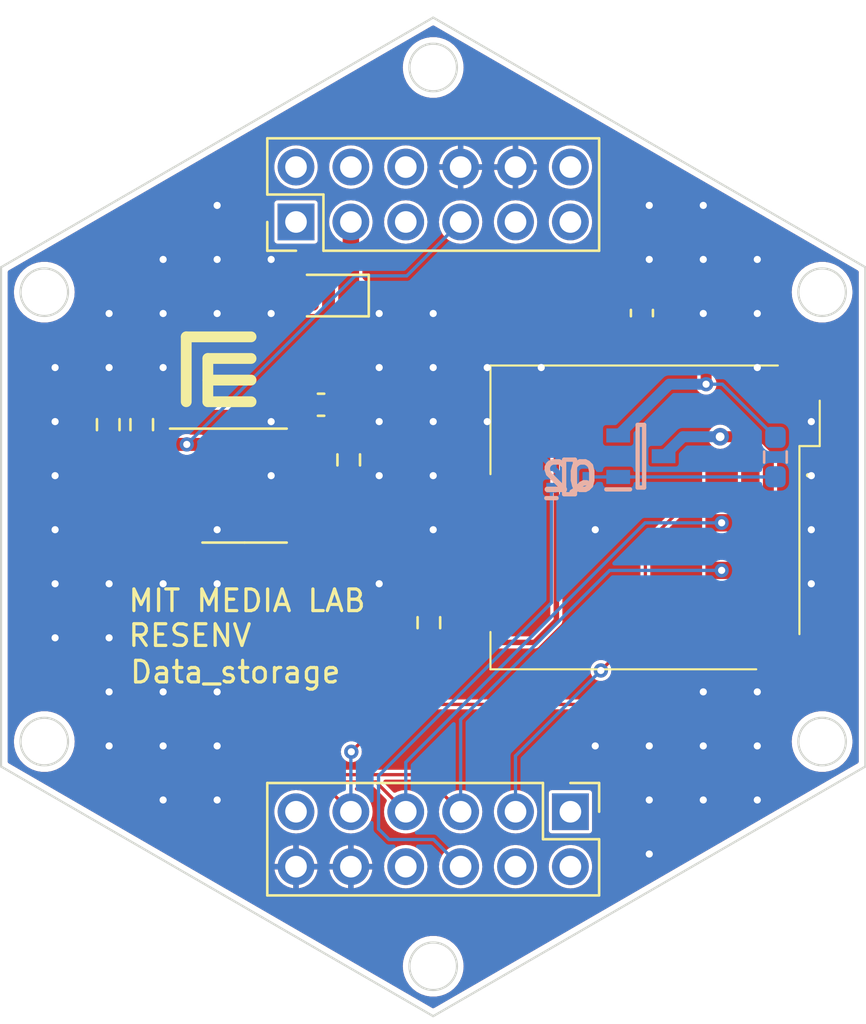
<source format=kicad_pcb>
(kicad_pcb (version 20221018) (generator pcbnew)
  (layers (0 "F.Cu" signal) (31 "B.Cu" signal) (34 "B.Paste" user) (35 "F.Paste" user) (36 "B.SilkS" user "B.Silkscreen") (37 "F.SilkS" user "F.Silkscreen") (38 "B.Mask" user) (39 "F.Mask" user) (44 "Edge.Cuts" user))
  (net 0 "")
  (net 1 "GND")
  (net 2 "VCC")
  (net 3 "+5V")
  (net 4 "/VBAT")
  (net 5 "/SDA")
  (net 6 "/SCL")
  (net 7 "/A1")
  (net 8 "/MOSI")
  (net 9 "/D11")
  (net 10 "/MISO")
  (net 11 "/D6")
  (net 12 "/SCK")
  (net 13 "/~{CS}")
  (net 14 "/A5")
  (net 15 "/LED2")
  (net 16 "/~{EN}")
  (net 17 "/VBAT_OK")
  (net 18 "/D13")
  (net 19 "/RXD")
  (net 20 "/TXD")
  (net 21 "/~{I2C_RESET}")
  (net 25 "/~{WP}")
  (net 26 "/~{HL}")
  (net 27 "Net-(J3-VDD)")
  (net 28 "Net-(Q1-Pad1)")
  (net 29 "/CARD_DETECT")
  (footprint "LED_SMD:LED_0805_2012Metric_Pad1.15x1.40mm_HandSolder" (layer "F.Cu") (at 145.3175 89.868621 180)
    (fp_text reference "C1" hide)
    (fp_text value "47uF")
    (fp_line (start -1.86 -0.96) (end -1.86 0.96) (stroke (width 0.12)) (layer "F.SilkS"))
    (fp_line (start -1.86 0.96) (end 1 0.96) (stroke (width 0.12)) (layer "F.SilkS"))
    (fp_line (start 1 -0.96) (end -1.86 -0.96) (stroke (width 0.12)) (layer "F.SilkS"))
    (pad "1" smd roundrect (at -1.025 0 180) (size 1.15 1.4) (layers "F.Cu" "F.Paste" "F.Mask") (roundrect_rratio 0.2173913043) (net 2 "VCC"))
    (pad "2" smd roundrect (at 1.025 0 180) (size 1.15 1.4) (layers "F.Cu" "F.Paste" "F.Mask") (roundrect_rratio 0.2173913043) (net 1 "GND"))
  )
  (footprint "Resistor_SMD:R_0603_1608Metric_Pad0.98x0.95mm_HandSolder" (layer "F.Cu") (at 136.67 95.838621 90)
    (fp_text reference "R6" hide)
    (fp_text value "10K")
    (fp_line (start -0.254724 -0.5225) (end 0.254724 -0.5225) (stroke (width 0.12)) (layer "F.SilkS"))
    (fp_line (start -0.254724 0.5225) (end 0.254724 0.5225) (stroke (width 0.12)) (layer "F.SilkS"))
    (pad "1" smd roundrect (at -0.9125 0 90) (size 0.975 0.95) (layers "F.Cu" "F.Paste" "F.Mask") (net 19 "/RXD"))
    (pad "2" smd roundrect (at 0.9125 0 90) (size 0.975 0.95) (layers "F.Cu" "F.Paste" "F.Mask") (net 2 "VCC"))
  )
  (footprint "Capacitor_SMD:C_0603_1608Metric_Pad1.08x0.95mm_HandSolder" (layer "F.Cu") (at 159.82 90.678621 90)
    (fp_text reference "C2" hide)
    (fp_text value "0.1uF")
    (fp_line (start -0.146267 -0.51) (end 0.146267 -0.51) (stroke (width 0.12)) (layer "F.SilkS"))
    (fp_line (start -0.146267 0.51) (end 0.146267 0.51) (stroke (width 0.12)) (layer "F.SilkS"))
    (pad "1" smd roundrect (at -0.8625 0 90) (size 1.075 0.95) (layers "F.Cu" "F.Paste" "F.Mask") (net 2 "VCC"))
    (pad "2" smd roundrect (at 0.8625 0 90) (size 1.075 0.95) (layers "F.Cu" "F.Paste" "F.Mask") (net 1 "GND"))
  )
  (footprint "Connector_PinHeader_2.54mm:PinHeader_2x06_P2.54mm_Vertical" (layer "F.Cu") (at 143.81 86.465599 90)
    (fp_text reference "J1" hide)
    (fp_text value "Conn_02x06_Odd_Even" hide)
    (fp_line (start -1.33 -1.33) (end 0 -1.33) (stroke (width 0.12)) (layer "F.SilkS"))
    (fp_line (start -1.33 0) (end -1.33 -1.33) (stroke (width 0.12)) (layer "F.SilkS"))
    (fp_line (start -1.33 1.27) (end -1.33 14.03) (stroke (width 0.12)) (layer "F.SilkS"))
    (fp_line (start -1.33 1.27) (end 1.27 1.27) (stroke (width 0.12)) (layer "F.SilkS"))
    (fp_line (start -1.33 14.03) (end 3.87 14.03) (stroke (width 0.12)) (layer "F.SilkS"))
    (fp_line (start 1.27 -1.33) (end 3.87 -1.33) (stroke (width 0.12)) (layer "F.SilkS"))
    (fp_line (start 1.27 1.27) (end 1.27 -1.33) (stroke (width 0.12)) (layer "F.SilkS"))
    (fp_line (start 3.87 -1.33) (end 3.87 14.03) (stroke (width 0.12)) (layer "F.SilkS"))
    (pad "1" thru_hole rect (at 0 0 90) (size 1.7 1.7) (drill 1) (layers "*.Cu" "*.Mask") (net 4 "/VBAT"))
    (pad "2" thru_hole oval (at 2.54 0 90) (size 1.7 1.7) (drill 1) (layers "*.Cu" "*.Mask") (net 16 "/~{EN}"))
    (pad "3" thru_hole oval (at 0 2.54 90) (size 1.7 1.7) (drill 1) (layers "*.Cu" "*.Mask") (net 2 "VCC"))
    (pad "4" thru_hole oval (at 2.54 2.54 90) (size 1.7 1.7) (drill 1) (layers "*.Cu" "*.Mask") (net 17 "/VBAT_OK"))
    (pad "5" thru_hole oval (at 0 5.08 90) (size 1.7 1.7) (drill 1) (layers "*.Cu" "*.Mask") (net 21 "/~{I2C_RESET}"))
    (pad "6" thru_hole oval (at 2.54 5.08 90) (size 1.7 1.7) (drill 1) (layers "*.Cu" "*.Mask") (net 3 "+5V"))
    (pad "7" thru_hole oval (at 0 7.62 90) (size 1.7 1.7) (drill 1) (layers "*.Cu" "*.Mask") (net 19 "/RXD"))
    (pad "8" thru_hole oval (at 2.54 7.62 90) (size 1.7 1.7) (drill 1) (layers "*.Cu" "*.Mask") (net 1 "GND"))
    (pad "9" thru_hole oval (at 0 10.16 90) (size 1.7 1.7) (drill 1) (layers "*.Cu" "*.Mask") (net 20 "/TXD"))
    (pad "10" thru_hole oval (at 2.54 10.16 90) (size 1.7 1.7) (drill 1) (layers "*.Cu" "*.Mask") (net 1 "GND"))
    (pad "11" thru_hole oval (at 0 12.7 90) (size 1.7 1.7) (drill 1) (layers "*.Cu" "*.Mask") (net 5 "/SDA"))
    (pad "12" thru_hole oval (at 2.54 12.7 90) (size 1.7 1.7) (drill 1) (layers "*.Cu" "*.Mask") (net 6 "/SCL"))
  )
  (footprint "SamacSys_Parts:1660" (layer "F.Cu") (at 160.41 100.10461 -90)
    (fp_text reference "J3" hide)
    (fp_text value "1660" hide)
    (fp_line (start -7 -5.7) (end -7 7.6) (stroke (width 0.1)) (layer "F.SilkS"))
    (fp_line (start -7 7.6) (end -1.975 7.6) (stroke (width 0.1)) (layer "F.SilkS"))
    (fp_line (start -5.375 -7.64) (end -3.275 -7.64) (stroke (width 0.1)) (layer "F.SilkS"))
    (fp_line (start -3.275 -7.64) (end -3.275 -6.7) (stroke (width 0.1)) (layer "F.SilkS"))
    (fp_line (start -3.275 -6.7) (end 5.425 -6.7) (stroke (width 0.1)) (layer "F.SilkS"))
    (fp_line (start -1.975 -7.1) (end -1.975 -7.1) (stroke (width 0.1)) (layer "F.SilkS"))
    (fp_line (start -1.875 -7.1) (end -1.875 -7.1) (stroke (width 0.1)) (layer "F.SilkS"))
    (fp_line (start 5.325 7.6) (end 7.05 7.6) (stroke (width 0.1)) (layer "F.SilkS"))
    (fp_line (start 7.05 7.6) (end 7.05 -4.7) (stroke (width 0.1)) (layer "F.SilkS"))
    (fp_arc (start -1.975 -7.1) (mid -1.925 -7.15) (end -1.875 -7.1) (stroke (width 0.1)) (layer "F.SilkS"))
    (fp_arc (start -1.875 -7.1) (mid -1.925 -7.05) (end -1.975 -7.1) (stroke (width 0.1)) (layer "F.SilkS"))
    (pad "1" smd rect (at -1.925 -3.1 270) (size 0.8 1.5) (layers "F.Cu" "F.Paste" "F.Mask"))
    (pad "2" smd rect (at -0.825 -2.9 270) (size 0.8 1.5) (layers "F.Cu" "F.Paste" "F.Mask") (net 7 "/A1"))
    (pad "3" smd rect (at 0.275 -3.1 270) (size 0.8 1.5) (layers "F.Cu" "F.Paste" "F.Mask") (net 8 "/MOSI"))
    (pad "4" smd rect (at 1.375 -3.3 270) (size 0.8 1.5) (layers "F.Cu" "F.Paste" "F.Mask") (net 27 "Net-(J3-VDD)"))
    (pad "5" smd rect (at 2.475 -3.1 270) (size 0.8 1.5) (layers "F.Cu" "F.Paste" "F.Mask") (net 12 "/SCK"))
    (pad "6" smd rect (at 3.575 -3.3 270) (size 0.8 1.5) (layers "F.Cu" "F.Paste" "F.Mask") (net 1 "GND"))
    (pad "7" smd rect (at 4.675 -3.1 270) (size 0.8 1.5) (layers "F.Cu" "F.Paste" "F.Mask") (net 10 "/MISO"))
    (pad "8" smd rect (at 5.775 -3.1 270) (size 0.8 1.5) (layers "F.Cu" "F.Paste" "F.Mask"))
    (pad "9" smd rect (at 3.975 7.2) (size 1.4 1.8) (layers "F.Cu" "F.Paste" "F.Mask") (net 29 "/CARD_DETECT"))
    (pad "10" smd rect (at -0.725 7.2) (size 1.4 1.8) (layers "F.Cu" "F.Paste" "F.Mask"))
    (pad "11" smd rect (at -6.575 -6.95 270) (size 1.4 1.9) (layers "F.Cu" "F.Paste" "F.Mask") (net 1 "GND"))
    (pad "12" smd rect (at 6.575 -5.95 270) (size 1.4 1.9) (layers "F.Cu" "F.Paste" "F.Mask") (net 1 "GND"))
  )
  (footprint "Resistor_SMD:R_0603_1608Metric_Pad0.98x0.95mm_HandSolder" (layer "F.Cu") (at 149.96 104.998621 -90)
    (fp_text reference "R1" hide)
    (fp_text value "NC")
    (fp_line (start -0.254724 -0.5225) (end 0.254724 -0.5225) (stroke (width 0.12)) (layer "F.SilkS"))
    (fp_line (start -0.254724 0.5225) (end 0.254724 0.5225) (stroke (width 0.12)) (layer "F.SilkS"))
    (pad "1" smd roundrect (at -0.9125 0 270) (size 0.975 0.95) (layers "F.Cu" "F.Paste" "F.Mask") (net 29 "/CARD_DETECT"))
    (pad "2" smd roundrect (at 0.9125 0 270) (size 0.975 0.95) (layers "F.Cu" "F.Paste" "F.Mask") (net 2 "VCC"))
  )
  (footprint "Connector_PinHeader_2.54mm:PinHeader_2x06_P2.54mm_Vertical" (layer "F.Cu") (at 156.51 113.743621 -90)
    (fp_text reference "J2" hide)
    (fp_text value "Conn_02x06_Odd_Even")
    (fp_line (start -1.33 -1.33) (end 0 -1.33) (stroke (width 0.12)) (layer "F.SilkS"))
    (fp_line (start -1.33 0) (end -1.33 -1.33) (stroke (width 0.12)) (layer "F.SilkS"))
    (fp_line (start -1.33 1.27) (end -1.33 14.03) (stroke (width 0.12)) (layer "F.SilkS"))
    (fp_line (start -1.33 1.27) (end 1.27 1.27) (stroke (width 0.12)) (layer "F.SilkS"))
    (fp_line (start -1.33 14.03) (end 3.87 14.03) (stroke (width 0.12)) (layer "F.SilkS"))
    (fp_line (start 1.27 -1.33) (end 3.87 -1.33) (stroke (width 0.12)) (layer "F.SilkS"))
    (fp_line (start 1.27 1.27) (end 1.27 -1.33) (stroke (width 0.12)) (layer "F.SilkS"))
    (fp_line (start 3.87 -1.33) (end 3.87 14.03) (stroke (width 0.12)) (layer "F.SilkS"))
    (pad "1" thru_hole rect (at 0 0 270) (size 1.7 1.7) (drill 1) (layers "*.Cu" "*.Mask") (net 9 "/D11"))
    (pad "2" thru_hole oval (at 2.54 0 270) (size 1.7 1.7) (drill 1) (layers "*.Cu" "*.Mask") (net 18 "/D13"))
    (pad "3" thru_hole oval (at 0 2.54 270) (size 1.7 1.7) (drill 1) (layers "*.Cu" "*.Mask") (net 7 "/A1"))
    (pad "4" thru_hole oval (at 2.54 2.54 270) (size 1.7 1.7) (drill 1) (layers "*.Cu" "*.Mask") (net 11 "/D6"))
    (pad "5" thru_hole oval (at 0 5.08 270) (size 1.7 1.7) (drill 1) (layers "*.Cu" "*.Mask") (net 12 "/SCK"))
    (pad "6" thru_hole oval (at 2.54 5.08 270) (size 1.7 1.7) (drill 1) (layers "*.Cu" "*.Mask") (net 14 "/A5"))
    (pad "7" thru_hole oval (at 0 7.62 270) (size 1.7 1.7) (drill 1) (layers "*.Cu" "*.Mask") (net 8 "/MOSI"))
    (pad "8" thru_hole oval (at 2.54 7.62 270) (size 1.7 1.7) (drill 1) (layers "*.Cu" "*.Mask") (net 13 "/~{CS}"))
    (pad "9" thru_hole oval (at 0 10.16 270) (size 1.7 1.7) (drill 1) (layers "*.Cu" "*.Mask") (net 10 "/MISO"))
    (pad "10" thru_hole oval (at 2.54 10.16 270) (size 1.7 1.7) (drill 1) (layers "*.Cu" "*.Mask") (net 1 "GND"))
    (pad "11" thru_hole oval (at 0 12.7 270) (size 1.7 1.7) (drill 1) (layers "*.Cu" "*.Mask") (net 15 "/LED2"))
    (pad "12" thru_hole oval (at 2.54 12.7 270) (size 1.7 1.7) (drill 1) (layers "*.Cu" "*.Mask") (net 1 "GND"))
  )
  (footprint "Package_SO:SSOP-8_3.9x5.05mm_P1.27mm" (layer "F.Cu") (at 141.43 98.658621)
    (fp_text reference "U1" hide)
    (fp_text value "MB85RS2MT")
    (fp_line (start 0 -2.635) (end -3.45 -2.635) (stroke (width 0.12)) (layer "F.SilkS"))
    (fp_line (start 0 -2.635) (end 1.95 -2.635) (stroke (width 0.12)) (layer "F.SilkS"))
    (fp_line (start 0 2.635) (end -1.95 2.635) (stroke (width 0.12)) (layer "F.SilkS"))
    (fp_line (start 0 2.635) (end 1.95 2.635) (stroke (width 0.12)) (layer "F.SilkS"))
    (pad "1" smd roundrect (at -2.675 -1.905) (size 1.55 0.6) (layers "F.Cu" "F.Paste" "F.Mask") (net 19 "/RXD"))
    (pad "2" smd roundrect (at -2.675 -0.635) (size 1.55 0.6) (layers "F.Cu" "F.Paste" "F.Mask") (net 10 "/MISO"))
    (pad "3" smd roundrect (at -2.675 0.635) (size 1.55 0.6) (layers "F.Cu" "F.Paste" "F.Mask") (net 25 "/~{WP}"))
    (pad "4" smd roundrect (at -2.675 1.905) (size 1.55 0.6) (layers "F.Cu" "F.Paste" "F.Mask") (net 1 "GND"))
    (pad "5" smd roundrect (at 2.675 1.905) (size 1.55 0.6) (layers "F.Cu" "F.Paste" "F.Mask") (net 8 "/MOSI"))
    (pad "6" smd roundrect (at 2.675 0.635) (size 1.55 0.6) (layers "F.Cu" "F.Paste" "F.Mask") (net 12 "/SCK"))
    (pad "7" smd roundrect (at 2.675 -0.635) (size 1.55 0.6) (layers "F.Cu" "F.Paste" "F.Mask") (net 26 "/~{HL}"))
    (pad "8" smd roundrect (at 2.675 -1.905) (size 1.55 0.6) (layers "F.Cu" "F.Paste" "F.Mask") (net 2 "VCC"))
  )
  (footprint "Capacitor_SMD:C_0603_1608Metric_Pad1.08x0.95mm_HandSolder" (layer "F.Cu") (at 144.97 94.918621 180)
    (fp_text reference "C5" hide)
    (fp_text value "0.1uF")
    (fp_line (start -0.146267 -0.51) (end 0.146267 -0.51) (stroke (width 0.12)) (layer "F.SilkS"))
    (fp_line (start -0.146267 0.51) (end 0.146267 0.51) (stroke (width 0.12)) (layer "F.SilkS"))
    (pad "1" smd roundrect (at -0.8625 0 180) (size 1.075 0.95) (layers "F.Cu" "F.Paste" "F.Mask") (net 1 "GND"))
    (pad "2" smd roundrect (at 0.8625 0 180) (size 1.075 0.95) (layers "F.Cu" "F.Paste" "F.Mask") (net 2 "VCC"))
  )
  (footprint "Resistor_SMD:R_0603_1608Metric_Pad0.98x0.95mm_HandSolder" (layer "F.Cu") (at 146.25 97.468621 90)
    (fp_text reference "R5" hide)
    (fp_text value "10K")
    (fp_line (start -0.254724 -0.5225) (end 0.254724 -0.5225) (stroke (width 0.12)) (layer "F.SilkS"))
    (fp_line (start -0.254724 0.5225) (end 0.254724 0.5225) (stroke (width 0.12)) (layer "F.SilkS"))
    (pad "1" smd roundrect (at -0.9125 0 90) (size 0.975 0.95) (layers "F.Cu" "F.Paste" "F.Mask") (net 26 "/~{HL}"))
    (pad "2" smd roundrect (at 0.9125 0 90) (size 0.975 0.95) (layers "F.Cu" "F.Paste" "F.Mask") (net 2 "VCC"))
  )
  (footprint "Resistor_SMD:R_0603_1608Metric_Pad0.98x0.95mm_HandSolder" (layer "F.Cu") (at 135.12 95.838621 90)
    (fp_text reference "R4" hide)
    (fp_text value "10K")
    (fp_line (start -0.254724 -0.5225) (end 0.254724 -0.5225) (stroke (width 0.12)) (layer "F.SilkS"))
    (fp_line (start -0.254724 0.5225) (end 0.254724 0.5225) (stroke (width 0.12)) (layer "F.SilkS"))
    (pad "1" smd roundrect (at -0.9125 0 90) (size 0.975 0.95) (layers "F.Cu" "F.Paste" "F.Mask") (net 25 "/~{WP}"))
    (pad "2" smd roundrect (at 0.9125 0 90) (size 0.975 0.95) (layers "F.Cu" "F.Paste" "F.Mask") (net 2 "VCC"))
  )
  (footprint "SamacSys_Parts:SOT96P240X110-3N" (layer "B.Cu") (at 159.772 97.298621)
    (fp_text reference "Q1" hide)
    (fp_text value "DMG2305UX-7" hide)
    (fp_line (start -1.6 1.535) (end -0.5 1.535) (stroke (width 0.2)) (layer "B.SilkS"))
    (fp_line (start -0.15 -1.45) (end -0.15 1.45) (stroke (width 0.2)) (layer "B.SilkS"))
    (fp_line (start -0.15 1.45) (end 0.15 1.45) (stroke (width 0.2)) (layer "B.SilkS"))
    (fp_line (start 0.15 -1.45) (end -0.15 -1.45) (stroke (width 0.2)) (layer "B.SilkS"))
    (fp_line (start 0.15 1.45) (end 0.15 -1.45) (stroke (width 0.2)) (layer "B.SilkS"))
    (pad "1" smd rect (at -1.05 0.96 270) (size 0.65 1.1) (layers "B.Cu" "B.Paste" "B.Mask") (net 28 "Net-(Q1-Pad1)"))
    (pad "2" smd rect (at -1.05 -0.96 270) (size 0.65 1.1) (layers "B.Cu" "B.Paste" "B.Mask") (net 2 "VCC"))
    (pad "3" smd rect (at 1.05 0 270) (size 0.65 1.1) (layers "B.Cu" "B.Paste" "B.Mask") (net 27 "Net-(J3-VDD)"))
  )
  (footprint "Resistor_SMD:R_0603_1608Metric_Pad0.98x0.95mm_HandSolder" (layer "B.Cu") (at 166 97.338621 90)
    (fp_text reference "R3" hide)
    (fp_text value "10k")
    (fp_line (start -0.254724 -0.5225) (end 0.254724 -0.5225) (stroke (width 0.12)) (layer "B.SilkS"))
    (fp_line (start -0.254724 0.5225) (end 0.254724 0.5225) (stroke (width 0.12)) (layer "B.SilkS"))
    (pad "1" smd roundrect (at -0.9125 0 90) (size 0.975 0.95) (layers "B.Cu" "B.Paste" "B.Mask") (net 28 "Net-(Q1-Pad1)"))
    (pad "2" smd roundrect (at 0.9125 0 90) (size 0.975 0.95) (layers "B.Cu" "B.Paste" "B.Mask") (net 2 "VCC"))
  )
  (footprint "SamacSys_Parts:SOTFL50P160X60-3N" (layer "B.Cu") (at 156.47 98.258621)
    (fp_text reference "Q2" (at 0 0 180) (layer "B.SilkS") (effects (font (size 1.27 1.27) (thickness 0.254)) (justify mirror)))
    (fp_text value "PJE8408_R1_00001" hide)
    (fp_line (start -1.075 0.98) (end -0.6 0.98) (stroke (width 0.2)) (layer "B.SilkS"))
    (fp_line (start -0.25 -0.8) (end -0.25 0.8) (stroke (width 0.2)) (layer "B.SilkS"))
    (fp_line (start -0.25 0.8) (end 0.25 0.8) (stroke (width 0.2)) (layer "B.SilkS"))
    (fp_line (start 0.25 -0.8) (end -0.25 -0.8) (stroke (width 0.2)) (layer "B.SilkS"))
    (fp_line (start 0.25 0.8) (end 0.25 -0.8) (stroke (width 0.2)) (layer "B.SilkS"))
    (pad "1" smd rect (at -0.838 0.5 270) (size 0.46 0.475) (layers "B.Cu" "B.Paste" "B.Mask") (net 14 "/A5"))
    (pad "2" smd rect (at -0.838 -0.5 270) (size 0.46 0.475) (layers "B.Cu" "B.Paste" "B.Mask") (net 1 "GND"))
    (pad "3" smd rect (at 0.838 0 270) (size 0.46 0.475) (layers "B.Cu" "B.Paste" "B.Mask") (net 28 "Net-(Q1-Pad1)"))
  )
  (gr_line (start 141.73 92.778621) (end 139.73 92.778621) (stroke (width 0.5)) (layer "F.SilkS"))
  (gr_line (start 138.73 91.778621) (end 141.73 91.778621) (stroke (width 0.5)) (layer "F.SilkS"))
  (gr_line (start 139.73 93.778621) (end 141.73 93.778621) (stroke (width 0.5)) (layer "F.SilkS"))
  (gr_line (start 139.73 92.778621) (end 139.73 94.778621) (stroke (width 0.5)) (layer "F.SilkS"))
  (gr_line (start 138.73 91.778621) (end 138.73 94.778621) (stroke (width 0.5)) (layer "F.SilkS"))
  (gr_line (start 139.73 94.778621) (end 141.73 94.778621) (stroke (width 0.5)) (layer "F.SilkS"))
  (gr_line (start 130.16 88.557605) (end 130.16 111.651615) (stroke (width 0.1)) (layer "Edge.Cuts"))
  (gr_circle (center 168.16 110.496915) (end 169.26 110.496915) (stroke (width 0.1)) (fill none) (layer "Edge.Cuts"))
  (gr_line (start 130.16 111.651615) (end 150.16 123.198621) (stroke (width 0.1)) (layer "Edge.Cuts"))
  (gr_circle (center 168.16 89.712305) (end 169.26 89.712305) (stroke (width 0.1)) (fill none) (layer "Edge.Cuts"))
  (gr_circle (center 132.16 89.712305) (end 133.26 89.712305) (stroke (width 0.1)) (fill none) (layer "Edge.Cuts"))
  (gr_line (start 150.16 77.010599) (end 130.16 88.557605) (stroke (width 0.1)) (layer "Edge.Cuts"))
  (gr_line (start 170.16 88.557605) (end 150.16 77.010599) (stroke (width 0.1)) (layer "Edge.Cuts"))
  (gr_circle (center 150.16 79.32) (end 151.26 79.32) (stroke (width 0.1)) (fill none) (layer "Edge.Cuts"))
  (gr_circle (center 150.16 120.88922) (end 151.26 120.88922) (stroke (width 0.1)) (fill none) (layer "Edge.Cuts"))
  (gr_line (start 170.16 111.651615) (end 170.16 88.557605) (stroke (width 0.1)) (layer "Edge.Cuts"))
  (gr_line (start 150.16 123.198621) (end 170.16 111.651615) (stroke (width 0.1)) (layer "Edge.Cuts"))
  (gr_circle (center 132.16 110.496915) (end 133.26 110.496915) (stroke (width 0.1)) (fill none) (layer "Edge.Cuts"))
  (gr_text "Data_storage" (at 136.05 107.868621) (layer "F.SilkS") (effects (font (size 1 1)) (justify left bottom)))
  (gr_text "MIT MEDIA LAB\nRESENV" (at 135.97 106.178621) (layer "F.SilkS") (effects (font (size 1 1)) (justify left bottom)))
  (segment (start 163.71 103.67961) (end 162.110989 103.67961) (width 0.508) (layer "F.Cu") (net 1))
  (segment (start 163.71 103.67961) (end 165.240989 103.67961) (width 0.508) (layer "F.Cu") (net 1))
  (via (at 137.66 93.198621) (size 0.6604) (drill 0.3302) (layers "F.Cu" "B.Cu") (net 1))
  (via (at 157.66 110.698621) (size 0.6604) (drill 0.3302) (layers "F.Cu" "B.Cu") (net 1))
  (via (at 165.16 93.198621) (size 0.6604) (drill 0.3302) (layers "F.Cu" "B.Cu") (net 1))
  (via (at 165.16 110.698621) (size 0.6604) (drill 0.3302) (layers "F.Cu" "B.Cu") (net 1))
  (via (at 160.16 113.198621) (size 0.6604) (drill 0.3302) (layers "F.Cu" "B.Cu") (net 1))
  (via (at 135.16 110.698621) (size 0.6604) (drill 0.3302) (layers "F.Cu" "B.Cu") (net 1))
  (via (at 135.16 105.698621) (size 0.6604) (drill 0.3302) (layers "F.Cu" "B.Cu") (net 1))
  (via (at 140.16 88.198621) (size 0.6604) (drill 0.3302) (layers "F.Cu" "B.Cu") (net 1))
  (via (at 150.16 95.698621) (size 0.6604) (drill 0.3302) (layers "F.Cu" "B.Cu") (net 1))
  (via (at 140.16 110.698621) (size 0.6604) (drill 0.3302) (layers "F.Cu" "B.Cu") (net 1))
  (via (at 162.66 90.698621) (size 0.6604) (drill 0.3302) (layers "F.Cu" "B.Cu") (net 1))
  (via (at 147.66 98.198621) (size 0.6604) (drill 0.3302) (layers "F.Cu" "B.Cu") (net 1))
  (via (at 137.66 113.198621) (size 0.6604) (drill 0.3302) (layers "F.Cu" "B.Cu") (net 1))
  (via (at 162.66 108.198621) (size 0.6604) (drill 0.3302) (layers "F.Cu" "B.Cu") (net 1))
  (via (at 155.16 93.198621) (size 0.6604) (drill 0.3302) (layers "F.Cu" "B.Cu") (net 1))
  (via (at 132.66 98.198621) (size 0.6604) (drill 0.3302) (layers "F.Cu" "B.Cu") (net 1))
  (via (at 147.66 95.698621) (size 0.6604) (drill 0.3302) (layers "F.Cu" "B.Cu") (net 1))
  (via (at 165.16 113.198621) (size 0.6604) (drill 0.3302) (layers "F.Cu" "B.Cu") (net 1))
  (via (at 132.66 100.698621) (size 0.6604) (drill 0.3302) (layers "F.Cu" "B.Cu") (net 1))
  (via (at 140.16 108.198621) (size 0.6604) (drill 0.3302) (layers "F.Cu" "B.Cu") (net 1))
  (via (at 162.66 113.198621) (size 0.6604) (drill 0.3302) (layers "F.Cu" "B.Cu") (net 1))
  (via (at 147.66 103.198621) (size 0.6604) (drill 0.3302) (layers "F.Cu" "B.Cu") (net 1))
  (via (at 162.66 88.198621) (size 0.6604) (drill 0.3302) (layers "F.Cu" "B.Cu") (net 1))
  (via (at 165.16 90.698621) (size 0.6604) (drill 0.3302) (layers "F.Cu" "B.Cu") (net 1))
  (via (at 135.16 103.198621) (size 0.6604) (drill 0.3302) (layers "F.Cu" "B.Cu") (net 1))
  (via (at 132.66 105.698621) (size 0.6604) (drill 0.3302) (layers "F.Cu" "B.Cu") (net 1))
  (via (at 165.16 108.198621) (size 0.6604) (drill 0.3302) (layers "F.Cu" "B.Cu") (net 1))
  (via (at 160.16 110.698621) (size 0.6604) (drill 0.3302) (layers "F.Cu" "B.Cu") (net 1))
  (via (at 167.66 103.198621) (size 0.6604) (drill 0.3302) (layers "F.Cu" "B.Cu") (net 1))
  (via (at 132.66 103.198621) (size 0.6604) (drill 0.3302) (layers "F.Cu" "B.Cu") (net 1))
  (via (at 150.16 100.698621) (size 0.6604) (drill 0.3302) (layers "F.Cu" "B.Cu") (net 1))
  (via (at 152.66 95.698621) (size 0.6604) (drill 0.3302) (layers "F.Cu" "B.Cu") (net 1))
  (via (at 152.66 93.198621) (size 0.6604) (drill 0.3302) (layers "F.Cu" "B.Cu") (net 1))
  (via (at 140.16 113.198621) (size 0.6604) (drill 0.3302) (layers "F.Cu" "B.Cu") (net 1))
  (via (at 132.66 95.698621) (size 0.6604) (drill 0.3302) (layers "F.Cu" "B.Cu") (net 1))
  (via (at 160.16 85.698621) (size 0.6604) (drill 0.3302) (layers "F.Cu" "B.Cu") (net 1))
  (via (at 150.16 98.198621) (size 0.6604) (drill 0.3302) (layers "F.Cu" "B.Cu") (net 1))
  (via (at 142.66 90.698621) (size 0.6604) (drill 0.3302) (layers "F.Cu" "B.Cu") (net 1))
  (via (at 150.16 90.698621) (size 0.6604) (drill 0.3302) (layers "F.Cu" "B.Cu") (net 1))
  (via (at 135.16 93.198621) (size 0.6604) (drill 0.3302) (layers "F.Cu" "B.Cu") (net 1))
  (via (at 165.16 88.198621) (size 0.6604) (drill 0.3302) (layers "F.Cu" "B.Cu") (net 1))
  (via (at 140.16 90.698621) (size 0.6604) (drill 0.3302) (layers "F.Cu" "B.Cu") (net 1))
  (via (at 135.16 108.198621) (size 0.6604) (drill 0.3302) (layers "F.Cu" "B.Cu") (net 1))
  (via (at 157.66 100.698621) (size 0.6604) (drill 0.3302) (layers "F.Cu" "B.Cu") (net 1))
  (via (at 167.66 100.698621) (size 0.6604) (drill 0.3302) (layers "F.Cu" "B.Cu") (net 1))
  (via (at 135.16 90.698621) (size 0.6604) (drill 0.3302) (layers "F.Cu" "B.Cu") (net 1))
  (via (at 160.16 115.698621) (size 0.6604) (drill 0.3302) (layers "F.Cu" "B.Cu") (net 1))
  (via (at 137.66 88.198621) (size 0.6604) (drill 0.3302) (layers "F.Cu" "B.Cu") (net 1))
  (via (at 140.16 103.198621) (size 0.6604) (drill 0.3302) (layers "F.Cu" "B.Cu") (net 1))
  (via (at 162.66 85.698621) (size 0.6604) (drill 0.3302) (layers "F.Cu" "B.Cu") (net 1))
  (via (at 150.16 93.198621) (size 0.6604) (drill 0.3302) (layers "F.Cu" "B.Cu") (net 1))
  (via (at 142.66 95.698621) (size 0.6604) (drill 0.3302) (layers "F.Cu" "B.Cu") (net 1))
  (via (at 140.16 85.698621) (size 0.6604) (drill 0.3302) (layers "F.Cu" "B.Cu") (net 1))
  (via (at 142.66 88.198621) (size 0.6604) (drill 0.3302) (layers "F.Cu" "B.Cu") (net 1))
  (via (at 132.66 93.198621) (size 0.6604) (drill 0.3302) (layers "F.Cu" "B.Cu") (net 1))
  (via (at 137.66 108.198621) (size 0.6604) (drill 0.3302) (layers "F.Cu" "B.Cu") (net 1))
  (via (at 137.66 103.198621) (size 0.6604) (drill 0.3302) (layers "F.Cu" "B.Cu") (net 1))
  (via (at 167.66 95.698621) (size 0.6604) (drill 0.3302) (layers "F.Cu" "B.Cu") (net 1))
  (via (at 147.66 93.198621) (size 0.6604) (drill 0.3302) (layers "F.Cu" "B.Cu") (net 1))
  (via (at 140.16 100.698621) (size 0.6604) (drill 0.3302) (layers "F.Cu" "B.Cu") (net 1))
  (via (at 137.66 90.698621) (size 0.6604) (drill 0.3302) (layers "F.Cu" "B.Cu") (net 1))
  (via (at 147.66 90.698621) (size 0.6604) (drill 0.3302) (layers "F.Cu" "B.Cu") (net 1))
  (via (at 137.66 110.698621) (size 0.6604) (drill 0.3302) (layers "F.Cu" "B.Cu") (net 1))
  (via (at 142.66 98.198621) (size 0.6604) (drill 0.3302) (layers "F.Cu" "B.Cu") (net 1))
  (via (at 167.66 98.198621) (size 0.6604) (drill 0.3302) (layers "F.Cu" "B.Cu") (net 1))
  (via (at 162.66 110.698621) (size 0.6604) (drill 0.3302) (layers "F.Cu" "B.Cu") (net 1))
  (via (at 160.16 88.198621) (size 0.6604) (drill 0.3302) (layers "F.Cu" "B.Cu") (net 1))
  (segment (start 146.35 89.855817) (end 146.35 86.465599) (width 0.762) (layer "F.Cu") (net 2))
  (segment (start 144.105 94.921121) (end 144.1075 94.918621) (width 0.254) (layer "F.Cu") (net 2))
  (segment (start 162.79 92.708621) (end 161.6225 91.541121) (width 0.508) (layer "F.Cu") (net 2))
  (segment (start 159.82 91.541121) (end 161.6225 91.541121) (width 0.508) (layer "F.Cu") (net 2))
  (segment (start 144.1075 94.031121) (end 146.3425 91.796121) (width 0.254) (layer "F.Cu") (net 2))
  (segment (start 146.34625 89.864871) (end 146.3425 89.868621) (width 0.762) (layer "F.Cu") (net 2))
  (segment (start 135.12 94.926121) (end 136.67 94.926121) (width 0.1524) (layer "F.Cu") (net 2))
  (segment (start 149.96 105.911121) (end 154.8475 105.911121) (width 0.254) (layer "F.Cu") (net 2))
  (segment (start 155.86 104.898621) (end 155.86 97.298621) (width 0.254) (layer "F.Cu") (net 2))
  (segment (start 146.3425 91.796121) (end 146.3425 89.868621) (width 0.254) (layer "F.Cu") (net 2))
  (segment (start 152.63 89.868621) (end 154.3025 91.541121) (width 0.381) (layer "F.Cu") (net 2))
  (segment (start 159.82 93.338621) (end 159.82 91.541121) (width 0.254) (layer "F.Cu") (net 2))
  (segment (start 155.86 97.298621) (end 159.82 93.338621) (width 0.254) (layer "F.Cu") (net 2))
  (segment (start 146.0525 96.753621) (end 146.25 96.556121) (width 0.254) (layer "F.Cu") (net 2))
  (segment (start 154.3025 91.541121) (end 159.82 91.541121) (width 0.381) (layer "F.Cu") (net 2))
  (segment (start 136.67 94.926121) (end 144.1 94.926121) (width 0.1524) (layer "F.Cu") (net 2))
  (segment (start 144.1075 94.918621) (end 144.1075 94.031121) (width 0.254) (layer "F.Cu") (net 2))
  (segment (start 144.105 96.753621) (end 144.105 94.921121) (width 0.254) (layer "F.Cu") (net 2))
  (segment (start 146.3425 89.868621) (end 152.63 89.868621) (width 0.381) (layer "F.Cu") (net 2))
  (segment (start 144.105 96.753621) (end 146.0525 96.753621) (width 0.254) (layer "F.Cu") (net 2))
  (segment (start 144.1 94.926121) (end 144.1075 94.918621) (width 0.1524) (layer "F.Cu") (net 2))
  (segment (start 162.79 93.968621) (end 162.79 92.708621) (width 0.508) (layer "F.Cu") (net 2))
  (segment (start 154.8475 105.911121) (end 155.86 104.898621) (width 0.254) (layer "F.Cu") (net 2))
  (via (at 162.79 93.968621) (size 0.6604) (drill 0.3302) (layers "F.Cu" "B.Cu") (net 2))
  (arc (start 146.34625 89.864871) (mid 146.349025 89.860717) (end 146.35 89.855817) (width 0.762) (layer "F.Cu") (net 2))
  (segment (start 166 96.426121) (end 163.5425 93.968621) (width 0.1524) (layer "B.Cu") (net 2))
  (segment (start 162.79 93.968621) (end 161.092 93.968621) (width 0.508) (layer "B.Cu") (net 2))
  (segment (start 163.5425 93.968621) (end 162.79 93.968621) (width 0.1524) (layer "B.Cu") (net 2))
  (segment (start 161.092 93.968621) (end 158.722 96.338621) (width 0.508) (layer "B.Cu") (net 2))
  (segment (start 159.98 101.388621) (end 159.98 105.148621) (width 0.1524) (layer "F.Cu") (net 7))
  (segment (start 163.31 99.27961) (end 162.089011 99.27961) (width 0.1524) (layer "F.Cu") (net 7))
  (segment (start 162.089011 99.27961) (end 159.98 101.388621) (width 0.1524) (layer "F.Cu") (net 7))
  (segment (start 159.98 105.148621) (end 157.92 107.208621) (width 0.1524) (layer "F.Cu") (net 7))
  (via (at 157.92 107.208621) (size 0.6604) (drill 0.3302) (layers "F.Cu" "B.Cu") (net 7))
  (segment (start 153.97 111.158621) (end 157.92 107.208621) (width 0.1524) (layer "B.Cu") (net 7))
  (segment (start 153.97 113.743621) (end 153.97 111.158621) (width 0.1524) (layer "B.Cu") (net 7))
  (segment (start 147.515 112.368621) (end 148.89 113.743621) (width 0.1524) (layer "F.Cu") (net 8))
  (segment (start 142.1 109.058621) (end 145.41 112.368621) (width 0.1524) (layer "F.Cu") (net 8))
  (segment (start 145.41 112.368621) (end 147.515 112.368621) (width 0.1524) (layer "F.Cu") (net 8))
  (segment (start 144.105 100.563621) (end 143.165 100.563621) (width 0.1524) (layer "F.Cu") (net 8))
  (segment (start 143.165 100.563621) (end 142.1 101.628621) (width 0.1524) (layer "F.Cu") (net 8))
  (segment (start 142.1 101.628621) (end 142.1 109.058621) (width 0.1524) (layer "F.Cu") (net 8))
  (via (at 163.51 100.37961) (size 0.6604) (drill 0.3302) (layers "F.Cu" "B.Cu") (net 8))
  (segment (start 163.51 100.37961) (end 159.969011 100.37961) (width 0.1524) (layer "B.Cu") (net 8))
  (segment (start 148.89 111.458621) (end 148.89 113.743621) (width 0.1524) (layer "B.Cu") (net 8))
  (segment (start 159.969011 100.37961) (end 148.89 111.458621) (width 0.1524) (layer "B.Cu") (net 8))
  (segment (start 141.75 99.828621) (end 141.75 109.143621) (width 0.1524) (layer "F.Cu") (net 10))
  (segment (start 148.56 108.778621) (end 146.37 110.968621) (width 0.1524) (layer "F.Cu") (net 10))
  (segment (start 162.099011 104.77961) (end 158.1 108.778621) (width 0.1524) (layer "F.Cu") (net 10))
  (segment (start 163.51 104.77961) (end 162.099011 104.77961) (width 0.1524) (layer "F.Cu") (net 10))
  (segment (start 141.75 109.143621) (end 146.35 113.743621) (width 0.1524) (layer "F.Cu") (net 10))
  (segment (start 138.755 98.023621) (end 139.945 98.023621) (width 0.1524) (layer "F.Cu") (net 10))
  (segment (start 139.945 98.023621) (end 141.75 99.828621) (width 0.1524) (layer "F.Cu") (net 10))
  (segment (start 158.1 108.778621) (end 148.56 108.778621) (width 0.1524) (layer "F.Cu") (net 10))
  (via (at 146.37 110.968621) (size 0.6604) (drill 0.3302) (layers "F.Cu" "B.Cu") (net 10))
  (segment (start 146.35 110.988621) (end 146.35 113.743621) (width 0.1524) (layer "B.Cu") (net 10))
  (segment (start 146.37 110.968621) (end 146.35 110.988621) (width 0.1524) (layer "B.Cu") (net 10))
  (segment (start 145.345 99.293621) (end 145.9 99.848621) (width 0.1524) (layer "F.Cu") (net 12))
  (segment (start 145.59 112.028621) (end 149.715 112.028621) (width 0.1524) (layer "F.Cu") (net 12))
  (segment (start 144.105 99.293621) (end 145.345 99.293621) (width 0.1524) (layer "F.Cu") (net 12))
  (segment (start 145.9 99.848621) (end 145.9 101.178621) (width 0.1524) (layer "F.Cu") (net 12))
  (segment (start 145.9 101.178621) (end 142.52 104.558621) (width 0.1524) (layer "F.Cu") (net 12))
  (segment (start 142.52 108.958621) (end 145.59 112.028621) (width 0.1524) (layer "F.Cu") (net 12))
  (segment (start 149.715 112.028621) (end 151.43 113.743621) (width 0.1524) (layer "F.Cu") (net 12))
  (segment (start 142.52 104.558621) (end 142.52 108.958621) (width 0.1524) (layer "F.Cu") (net 12))
  (via (at 163.51 102.57961) (size 0.6604) (drill 0.3302) (layers "F.Cu" "B.Cu") (net 12))
  (segment (start 163.51 102.57961) (end 158.329011 102.57961) (width 0.1524) (layer "B.Cu") (net 12))
  (segment (start 151.43 109.478621) (end 151.43 113.743621) (width 0.1524) (layer "B.Cu") (net 12))
  (segment (start 158.329011 102.57961) (end 151.43 109.478621) (width 0.1524) (layer "B.Cu") (net 12))
  (segment (start 155.632 104.076621) (end 155.632 98.758621) (width 0.1524) (layer "B.Cu") (net 14))
  (segment (start 151.43 116.283621) (end 150.175 115.028621) (width 0.1524) (layer "B.Cu") (net 14))
  (segment (start 150.175 115.028621) (end 148.12 115.028621) (width 0.1524) (layer "B.Cu") (net 14))
  (segment (start 148.12 115.028621) (end 147.63 114.538621) (width 0.1524) (layer "B.Cu") (net 14))
  (segment (start 147.63 114.538621) (end 147.63 112.078621) (width 0.1524) (layer "B.Cu") (net 14))
  (segment (start 147.63 112.078621) (end 155.632 104.076621) (width 0.1524) (layer "B.Cu") (net 14))
  (segment (start 138.7525 96.751121) (end 138.755 96.753621) (width 0.1524) (layer "F.Cu") (net 19))
  (segment (start 136.67 96.751121) (end 138.7525 96.751121) (width 0.1524) (layer "F.Cu") (net 19))
  (via (at 138.755 96.753621) (size 0.6604) (drill 0.3302) (layers "F.Cu" "B.Cu") (net 19))
  (segment (start 146.55 88.958621) (end 148.936978 88.958621) (width 0.1524) (layer "B.Cu") (net 19))
  (segment (start 148.936978 88.958621) (end 151.43 86.465599) (width 0.1524) (layer "B.Cu") (net 19))
  (segment (start 138.755 96.753621) (end 146.55 88.958621) (width 0.1524) (layer "B.Cu") (net 19))
  (segment (start 135.12 96.751121) (end 135.12 98.378621) (width 0.1524) (layer "F.Cu") (net 25))
  (segment (start 136.035 99.293621) (end 138.755 99.293621) (width 0.1524) (layer "F.Cu") (net 25))
  (segment (start 135.12 98.378621) (end 136.035 99.293621) (width 0.1524) (layer "F.Cu") (net 25))
  (segment (start 145.8925 98.023621) (end 146.25 98.381121) (width 0.1524) (layer "F.Cu") (net 26))
  (segment (start 144.105 98.023621) (end 145.8925 98.023621) (width 0.1524) (layer "F.Cu") (net 26))
  (segment (start 165.67 97.588621) (end 164.48 96.398621) (width 0.508) (layer "F.Cu") (net 27))
  (segment (start 165.67 98.218621) (end 165.67 97.588621) (width 0.508) (layer "F.Cu") (net 27))
  (segment (start 164.48 96.398621) (end 163.44 96.398621) (width 0.508) (layer "F.Cu") (net 27))
  (segment (start 163.71 101.47961) (end 165.119011 101.47961) (width 0.508) (layer "F.Cu") (net 27))
  (segment (start 165.67 100.928621) (end 165.67 98.218621) (width 0.508) (layer "F.Cu") (net 27))
  (segment (start 165.119011 101.47961) (end 165.67 100.928621) (width 0.508) (layer "F.Cu") (net 27))
  (via (at 163.44 96.398621) (size 0.8128) (drill 0.4064) (layers "F.Cu" "B.Cu") (net 27))
  (segment (start 161.722 96.398621) (end 160.822 97.298621) (width 0.508) (layer "B.Cu") (net 27))
  (segment (start 163.44 96.398621) (end 161.722 96.398621) (width 0.508) (layer "B.Cu") (net 27))
  (segment (start 158.722 98.258621) (end 165.9925 98.258621) (width 0.1524) (layer "B.Cu") (net 28))
  (segment (start 165.9925 98.258621) (end 166 98.251121) (width 0.1524) (layer "B.Cu") (net 28))
  (segment (start 157.308 98.258621) (end 158.722 98.258621) (width 0.1524) (layer "B.Cu") (net 28))
  (segment (start 149.966511 104.07961) (end 149.96 104.086121) (width 0.254) (layer "F.Cu") (net 29))
  (segment (start 153.21 104.07961) (end 149.966511 104.07961) (width 0.254) (layer "F.Cu") (net 29))
  (zone (net 1) (net_name "GND") (layers "F&B.Cu") (connect_pads (clearance 0.1524)) (min_thickness 0.1778) (fill yes (thermal_gap 0.1524) (thermal_bridge_width 0.254))
    (polygon (pts (xy 130.16 76.198621) (xy 170.16 76.198621) (xy 170.16 123.198621) (xy 130.16 123.198621)))
  )
)
</source>
